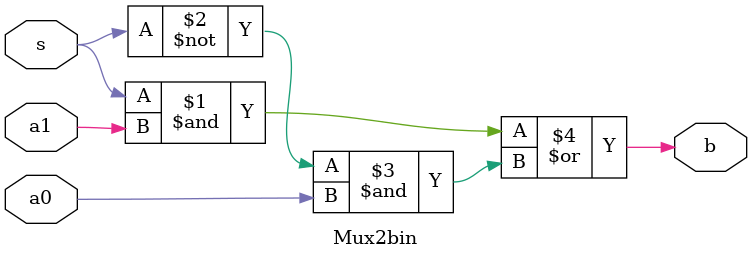
<source format=v>
module execute(PB1E, PB2E, aclr, clock, data_readAIn, data_readBIn, immediateIn, RDIn, ALUopIn, shiftamtIn, pcExIn, 
		jrOpIn, bOpIn, jalOpIn, aluSrcIn, memWrIn, regWrIn, jump_InEx, m2RegIn, branchExOut, lthOut, neOut,
		brAddRes1, alu_result1, jal_jr1, jal_jrExClr,jalJrAddr1, RdExOut1, RData2, memWrEx, regWrEx, m2RegEx, pcExout, jalEx,
		M_W_data, aluACtrl, aluBCtrl, loadIn, loadOu, storeIn, storeOu, bOp_2,bOp_2Ou, FDRS1, FDRS2, PB1EO, PB2EO, 
		playLeds);

input [4:0] RDIn,ALUopIn,shiftamtIn, FDRS1, FDRS2;
input [31:0] data_readAIn, data_readBIn, immediateIn, pcExIn, jump_InEx, M_W_data,  playLeds;
input jrOpIn, bOpIn, jalOpIn, aluSrcIn, memWrIn, regWrIn, m2RegIn, aclr, clock, loadIn, storeIn, bOp_2, PB1E, PB2E;
input [2:0] aluACtrl, aluBCtrl;
wire[31:0] bIn, alu_result, brAddRes, X_M_data, data_ALUaIN, data_readBIn2, data_result, 
			ALUopdecoded, alu_resultF, data_result1, data_result2, alu_resultF1, alu_resultInter, bIn1;
wire [4:0] const0, aluCtrlIn;
wire[1:0] jalJR;
wire[16:0] remain;
wire isNotEqual, isLessThan, brinAdd, coutbAdd, ex_always_Enable, jal_jrDelayed, jal_jrCur, data_exception, 
     ctrl_MULT, ctrl_DIV,data_resultRDY, PBsel, collisionDetected, R1cust;
output branchExOut, lthOut, neOut, memWrEx, regWrEx, m2RegEx, jal_jrExClr, jal_jr1, jalEx, loadOu, storeOu,bOp_2Ou, 
			PB1EO, PB2EO;
output[31:0] RData2, jalJrAddr1, brAddRes1, alu_result1, pcExout;
output[4:0] RdExOut1;

//assign R1cust = custbOpIn & collisionDetected & (~RDIn[4]) & (~RDIn[3]) & (~RDIn[2]) & (~RDIn[1]) & (RDIn[0]);

my_dff loadEXFF(loadIn, aclr, clock, ex_always_Enable, loadOu);
my_dff storeExFF(storeIn, aclr, clock, ex_always_Enable, storeOu);


register pcExoutReg(pcExIn, aclr, clock, ex_always_Enable, pcExout);
my_dff jalExFF(jalOpIn, aclr, clock, ex_always_Enable, jalEx);
my_dff memWrExFF(memWrIn, aclr, clock, ex_always_Enable, memWrEx);
my_dff regWrExFF(regWrIn, aclr, clock, ex_always_Enable, regWrEx);
my_dff m2RegExFF(m2RegIn, aclr, clock, ex_always_Enable, m2RegEx);

my_dff PB1ExFF(PB1E, aclr, clock, ex_always_Enable, PB1EO);
my_dff PB2ExFF(PB2E, aclr, clock, ex_always_Enable, PB2EO);

assign const0 = 5'd0;
assign ex_always_Enable = 1'b1;
assign brinAdd = 1'b0;
assign jal_jrCur = jrOpIn | jalOpIn;
//my_dff regdelayJFF(jal_jrCur, aclr, clock, ex_always_Enable, jal_jrDelayed);
assign jal_jr1 = jal_jrCur;
assign jal_jrExClr = jal_jrCur;// | jal_jrDelayed;

assign jalJR[1] = jrOpIn;
assign jalJR[0] = jalOpIn;

//assign branchCtrl = bOpIn & (isNotEqual | ~isLessThan); 
my_dff regBrExFF(bOpIn, aclr, clock, ex_always_Enable, branchExOut);
my_dff regBrExFF2(bOp_2, aclr, clock, ex_always_Enable, bOp_2Ou);

my_dff neOutExFF(isNotEqual, aclr, clock, ex_always_Enable, neOut);
my_dff lthOutExFF(isLessThan, aclr, clock, ex_always_Enable, lthOut);


Mux3 #(32) rs2Sel(data_readBIn, M_W_data, X_M_data, aluBCtrl, data_readBIn2);

Mux2bin #(32) dataBMux(data_readBIn2, immediateIn, aluSrcIn, bIn);
//Mux2bin #(32) dataBMux2(bIn1, playLeds, 1'b0, bIn);
Mux2bin #(5) aluCtrlMux(ALUopIn, const0, aluSrcIn, aluCtrlIn);
Dec5to32 ALUOpdec1(ALUopIn, ALUopdecoded); 
assign ctrl_MULT = ALUopdecoded[6]; 
assign ctrl_DIV = ALUopdecoded[7];

Mux3 #(32) rs1Sel(data_readAIn, M_W_data, X_M_data, aluACtrl, data_ALUaIN);

ALU execALU(data_ALUaIN, bIn, aluCtrlIn, shiftamtIn, alu_resultInter, isNotEqual, isLessThan);
assign PBsel = (data_ALUaIN[5] & ~data_ALUaIN[4] & ~data_ALUaIN[3] & ~data_ALUaIN[2] & ~data_ALUaIN[1] & ~data_ALUaIN[0] & PB2E) 
		| (~data_ALUaIN[5] &~data_ALUaIN[4] & ~data_ALUaIN[3] & ~data_ALUaIN[2] & ~data_ALUaIN[1] & data_ALUaIN[0]& PB1E);
Mux2bin #(32) aluPBmux(alu_resultInter, data_ALUaIN, PBsel, alu_result);


register execALUReg(alu_resultF, aclr, clock, ex_always_Enable, X_M_data);
assign alu_result1  = X_M_data;
register RData2Reg(data_readBIn, aclr, clock, ex_always_Enable, RData2);
register2 #(5) rdregEx(RDIn, aclr, clock, ex_always_Enable, RdExOut1);

CLA branchadd(pcExIn, immediateIn, brinAdd, brAddRes, coutbAdd);
register branchValExReg(brAddRes, aclr, clock, ex_always_Enable, brAddRes1);

Mux2b #(32) jaljrMux(data_readBIn2, jump_InEx, jalJR, jalJrAddr1);

//processMulDiv mulDivA1(FDRS1, FDRS2, RDIn, RdExOut1, data_ALUaIN, data_readBIn2, 1'b0, 1'b0, clock, data_result, data_exception, stall, data_resultRDY);
Mux2bin #(32) mulALuMux1(alu_result, data_result1, ctrl_DIV, alu_resultF1);
Mux2bin #(32) mulALuMux2(alu_resultF1, data_result2, ctrl_MULT, alu_resultF);
lpm_divide0 dividLPM1(data_readBIn2[15:0],data_ALUaIN, data_result1, remain);
lpm_mult1 mulLPM1(data_readBIn2,data_ALUaIN, data_result2);

endmodule



// 2:1 binary select multiplexer(arbitrary width)
module Mux2bin(a0, a1, s, b);
	parameter k = 1;
	input [k-1:0] a0, a1; //inputs
	input  s; 
	output [k-1:0] b;
	
	assign b = ({k{s}} & a1) | ({k{~s}} & a0);
endmodule
</source>
